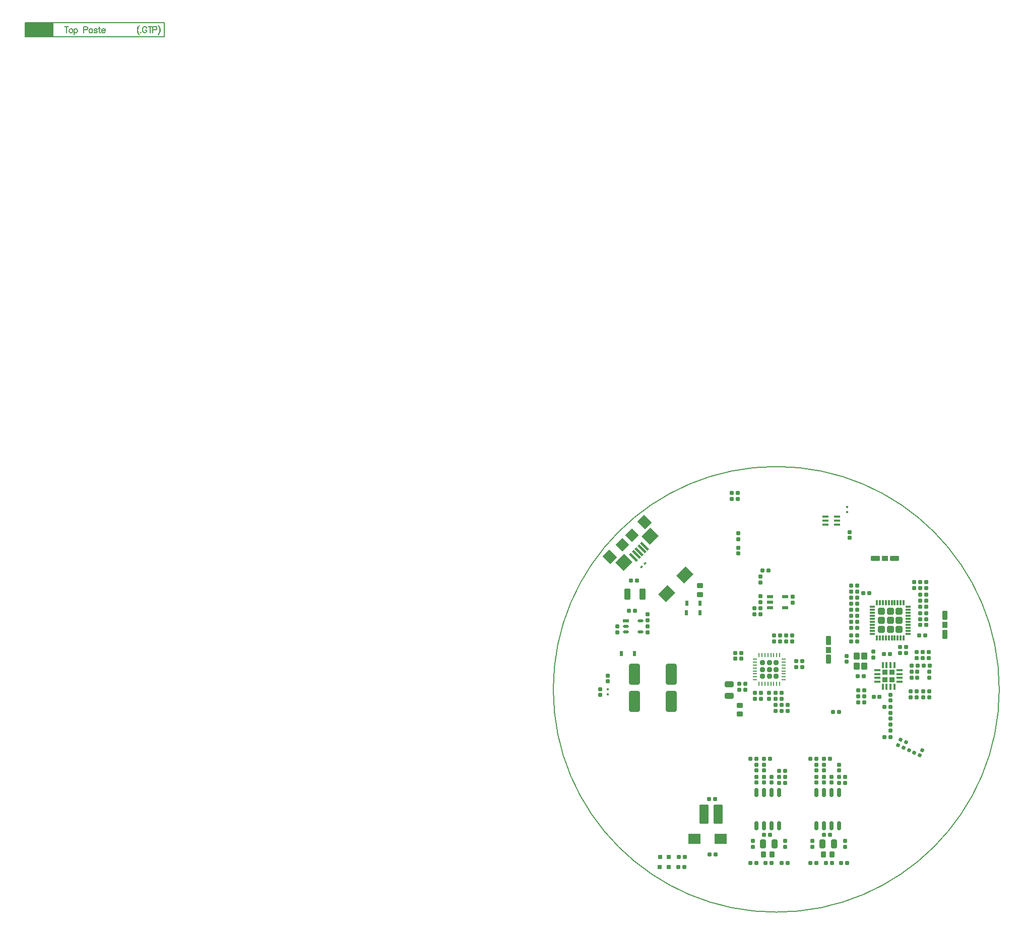
<source format=gtp>
G04*
G04 #@! TF.GenerationSoftware,Altium Limited,Altium Designer,20.0.2 (26)*
G04*
G04 Layer_Color=8421504*
%FSLAX25Y25*%
%MOIN*%
G70*
G01*
G75*
%ADD10C,0.00787*%
%ADD14C,0.00500*%
%ADD18R,0.19000X0.09500*%
G04:AMPARAMS|DCode=19|XSize=31.5mil|YSize=31.5mil|CornerRadius=7.87mil|HoleSize=0mil|Usage=FLASHONLY|Rotation=180.000|XOffset=0mil|YOffset=0mil|HoleType=Round|Shape=RoundedRectangle|*
%AMROUNDEDRECTD19*
21,1,0.03150,0.01575,0,0,180.0*
21,1,0.01575,0.03150,0,0,180.0*
1,1,0.01575,-0.00787,0.00787*
1,1,0.01575,0.00787,0.00787*
1,1,0.01575,0.00787,-0.00787*
1,1,0.01575,-0.00787,-0.00787*
%
%ADD19ROUNDEDRECTD19*%
G04:AMPARAMS|DCode=20|XSize=47.24mil|YSize=47.24mil|CornerRadius=11.81mil|HoleSize=0mil|Usage=FLASHONLY|Rotation=180.000|XOffset=0mil|YOffset=0mil|HoleType=Round|Shape=RoundedRectangle|*
%AMROUNDEDRECTD20*
21,1,0.04724,0.02362,0,0,180.0*
21,1,0.02362,0.04724,0,0,180.0*
1,1,0.02362,-0.01181,0.01181*
1,1,0.02362,0.01181,0.01181*
1,1,0.02362,0.01181,-0.01181*
1,1,0.02362,-0.01181,-0.01181*
%
%ADD20ROUNDEDRECTD20*%
G04:AMPARAMS|DCode=21|XSize=47.24mil|YSize=47.24mil|CornerRadius=11.81mil|HoleSize=0mil|Usage=FLASHONLY|Rotation=270.000|XOffset=0mil|YOffset=0mil|HoleType=Round|Shape=RoundedRectangle|*
%AMROUNDEDRECTD21*
21,1,0.04724,0.02362,0,0,270.0*
21,1,0.02362,0.04724,0,0,270.0*
1,1,0.02362,-0.01181,-0.01181*
1,1,0.02362,-0.01181,0.01181*
1,1,0.02362,0.01181,0.01181*
1,1,0.02362,0.01181,-0.01181*
%
%ADD21ROUNDEDRECTD21*%
%ADD22R,0.03543X0.03543*%
G04:AMPARAMS|DCode=23|XSize=23.62mil|YSize=9.84mil|CornerRadius=1.23mil|HoleSize=0mil|Usage=FLASHONLY|Rotation=180.000|XOffset=0mil|YOffset=0mil|HoleType=Round|Shape=RoundedRectangle|*
%AMROUNDEDRECTD23*
21,1,0.02362,0.00738,0,0,180.0*
21,1,0.02116,0.00984,0,0,180.0*
1,1,0.00246,-0.01058,0.00369*
1,1,0.00246,0.01058,0.00369*
1,1,0.00246,0.01058,-0.00369*
1,1,0.00246,-0.01058,-0.00369*
%
%ADD23ROUNDEDRECTD23*%
G04:AMPARAMS|DCode=24|XSize=23.62mil|YSize=9.84mil|CornerRadius=1.23mil|HoleSize=0mil|Usage=FLASHONLY|Rotation=270.000|XOffset=0mil|YOffset=0mil|HoleType=Round|Shape=RoundedRectangle|*
%AMROUNDEDRECTD24*
21,1,0.02362,0.00738,0,0,270.0*
21,1,0.02116,0.00984,0,0,270.0*
1,1,0.00246,-0.00369,-0.01058*
1,1,0.00246,-0.00369,0.01058*
1,1,0.00246,0.00369,0.01058*
1,1,0.00246,0.00369,-0.01058*
%
%ADD24ROUNDEDRECTD24*%
G04:AMPARAMS|DCode=25|XSize=11.02mil|YSize=33.47mil|CornerRadius=1.38mil|HoleSize=0mil|Usage=FLASHONLY|Rotation=270.000|XOffset=0mil|YOffset=0mil|HoleType=Round|Shape=RoundedRectangle|*
%AMROUNDEDRECTD25*
21,1,0.01102,0.03071,0,0,270.0*
21,1,0.00827,0.03347,0,0,270.0*
1,1,0.00276,-0.01535,-0.00413*
1,1,0.00276,-0.01535,0.00413*
1,1,0.00276,0.01535,0.00413*
1,1,0.00276,0.01535,-0.00413*
%
%ADD25ROUNDEDRECTD25*%
G04:AMPARAMS|DCode=26|XSize=11.02mil|YSize=33.47mil|CornerRadius=1.38mil|HoleSize=0mil|Usage=FLASHONLY|Rotation=180.000|XOffset=0mil|YOffset=0mil|HoleType=Round|Shape=RoundedRectangle|*
%AMROUNDEDRECTD26*
21,1,0.01102,0.03071,0,0,180.0*
21,1,0.00827,0.03347,0,0,180.0*
1,1,0.00276,-0.00413,0.01535*
1,1,0.00276,0.00413,0.01535*
1,1,0.00276,0.00413,-0.01535*
1,1,0.00276,-0.00413,-0.01535*
%
%ADD26ROUNDEDRECTD26*%
G04:AMPARAMS|DCode=27|XSize=15.75mil|YSize=68.9mil|CornerRadius=0mil|HoleSize=0mil|Usage=FLASHONLY|Rotation=45.000|XOffset=0mil|YOffset=0mil|HoleType=Round|Shape=Rectangle|*
%AMROTATEDRECTD27*
4,1,4,0.01879,-0.02993,-0.02993,0.01879,-0.01879,0.02993,0.02993,-0.01879,0.01879,-0.02993,0.0*
%
%ADD27ROTATEDRECTD27*%

%ADD28P,0.08908X4X90.0*%
G04:AMPARAMS|DCode=29|XSize=62.99mil|YSize=74.8mil|CornerRadius=0mil|HoleSize=0mil|Usage=FLASHONLY|Rotation=45.000|XOffset=0mil|YOffset=0mil|HoleType=Round|Shape=Rectangle|*
%AMROTATEDRECTD29*
4,1,4,0.00418,-0.04872,-0.04872,0.00418,-0.00418,0.04872,0.04872,-0.00418,0.00418,-0.04872,0.0*
%
%ADD29ROTATEDRECTD29*%

G04:AMPARAMS|DCode=30|XSize=82.68mil|YSize=78.74mil|CornerRadius=0mil|HoleSize=0mil|Usage=FLASHONLY|Rotation=45.000|XOffset=0mil|YOffset=0mil|HoleType=Round|Shape=Rectangle|*
%AMROTATEDRECTD30*
4,1,4,-0.00139,-0.05707,-0.05707,-0.00139,0.00139,0.05707,0.05707,0.00139,-0.00139,-0.05707,0.0*
%
%ADD30ROTATEDRECTD30*%

G04:AMPARAMS|DCode=31|XSize=23.62mil|YSize=23.62mil|CornerRadius=2.95mil|HoleSize=0mil|Usage=FLASHONLY|Rotation=270.000|XOffset=0mil|YOffset=0mil|HoleType=Round|Shape=RoundedRectangle|*
%AMROUNDEDRECTD31*
21,1,0.02362,0.01772,0,0,270.0*
21,1,0.01772,0.02362,0,0,270.0*
1,1,0.00591,-0.00886,-0.00886*
1,1,0.00591,-0.00886,0.00886*
1,1,0.00591,0.00886,0.00886*
1,1,0.00591,0.00886,-0.00886*
%
%ADD31ROUNDEDRECTD31*%
%ADD32R,0.03937X0.02362*%
%ADD33R,0.03937X0.01772*%
%ADD34O,0.03937X0.01968*%
%ADD35O,0.03937X0.01968*%
%ADD36R,0.03937X0.01968*%
G04:AMPARAMS|DCode=37|XSize=59.06mil|YSize=23.62mil|CornerRadius=5.91mil|HoleSize=0mil|Usage=FLASHONLY|Rotation=270.000|XOffset=0mil|YOffset=0mil|HoleType=Round|Shape=RoundedRectangle|*
%AMROUNDEDRECTD37*
21,1,0.05906,0.01181,0,0,270.0*
21,1,0.04724,0.02362,0,0,270.0*
1,1,0.01181,-0.00591,-0.02362*
1,1,0.01181,-0.00591,0.02362*
1,1,0.01181,0.00591,0.02362*
1,1,0.01181,0.00591,-0.02362*
%
%ADD37ROUNDEDRECTD37*%
%ADD38R,0.01260X0.01417*%
%ADD39R,0.02480X0.03268*%
G04:AMPARAMS|DCode=40|XSize=43.31mil|YSize=35.43mil|CornerRadius=4.43mil|HoleSize=0mil|Usage=FLASHONLY|Rotation=90.000|XOffset=0mil|YOffset=0mil|HoleType=Round|Shape=RoundedRectangle|*
%AMROUNDEDRECTD40*
21,1,0.04331,0.02657,0,0,90.0*
21,1,0.03445,0.03543,0,0,90.0*
1,1,0.00886,0.01329,0.01722*
1,1,0.00886,0.01329,-0.01722*
1,1,0.00886,-0.01329,-0.01722*
1,1,0.00886,-0.01329,0.01722*
%
%ADD40ROUNDEDRECTD40*%
G04:AMPARAMS|DCode=41|XSize=59.06mil|YSize=35.43mil|CornerRadius=4.43mil|HoleSize=0mil|Usage=FLASHONLY|Rotation=90.000|XOffset=0mil|YOffset=0mil|HoleType=Round|Shape=RoundedRectangle|*
%AMROUNDEDRECTD41*
21,1,0.05906,0.02657,0,0,90.0*
21,1,0.05020,0.03543,0,0,90.0*
1,1,0.00886,0.01329,0.02510*
1,1,0.00886,0.01329,-0.02510*
1,1,0.00886,-0.01329,-0.02510*
1,1,0.00886,-0.01329,0.02510*
%
%ADD41ROUNDEDRECTD41*%
G04:AMPARAMS|DCode=42|XSize=70.87mil|YSize=137.8mil|CornerRadius=8.86mil|HoleSize=0mil|Usage=FLASHONLY|Rotation=180.000|XOffset=0mil|YOffset=0mil|HoleType=Round|Shape=RoundedRectangle|*
%AMROUNDEDRECTD42*
21,1,0.07087,0.12008,0,0,180.0*
21,1,0.05315,0.13780,0,0,180.0*
1,1,0.01772,-0.02657,0.06004*
1,1,0.01772,0.02657,0.06004*
1,1,0.01772,0.02657,-0.06004*
1,1,0.01772,-0.02657,-0.06004*
%
%ADD42ROUNDEDRECTD42*%
G04:AMPARAMS|DCode=43|XSize=23.62mil|YSize=23.62mil|CornerRadius=2.95mil|HoleSize=0mil|Usage=FLASHONLY|Rotation=0.000|XOffset=0mil|YOffset=0mil|HoleType=Round|Shape=RoundedRectangle|*
%AMROUNDEDRECTD43*
21,1,0.02362,0.01772,0,0,0.0*
21,1,0.01772,0.02362,0,0,0.0*
1,1,0.00591,0.00886,-0.00886*
1,1,0.00591,-0.00886,-0.00886*
1,1,0.00591,-0.00886,0.00886*
1,1,0.00591,0.00886,0.00886*
%
%ADD43ROUNDEDRECTD43*%
%ADD44R,0.01378X0.04134*%
%ADD45R,0.04134X0.01378*%
%ADD46R,0.03150X0.03150*%
G04:AMPARAMS|DCode=47|XSize=31.5mil|YSize=39.37mil|CornerRadius=3.94mil|HoleSize=0mil|Usage=FLASHONLY|Rotation=180.000|XOffset=0mil|YOffset=0mil|HoleType=Round|Shape=RoundedRectangle|*
%AMROUNDEDRECTD47*
21,1,0.03150,0.03150,0,0,180.0*
21,1,0.02362,0.03937,0,0,180.0*
1,1,0.00787,-0.01181,0.01575*
1,1,0.00787,0.01181,0.01575*
1,1,0.00787,0.01181,-0.01575*
1,1,0.00787,-0.01181,-0.01575*
%
%ADD47ROUNDEDRECTD47*%
G04:AMPARAMS|DCode=48|XSize=47.24mil|YSize=39.37mil|CornerRadius=4.92mil|HoleSize=0mil|Usage=FLASHONLY|Rotation=270.000|XOffset=0mil|YOffset=0mil|HoleType=Round|Shape=RoundedRectangle|*
%AMROUNDEDRECTD48*
21,1,0.04724,0.02953,0,0,270.0*
21,1,0.03740,0.03937,0,0,270.0*
1,1,0.00984,-0.01476,-0.01870*
1,1,0.00984,-0.01476,0.01870*
1,1,0.00984,0.01476,0.01870*
1,1,0.00984,0.01476,-0.01870*
%
%ADD48ROUNDEDRECTD48*%
%ADD49R,0.08268X0.07087*%
%ADD50R,0.08268X0.07087*%
G04:AMPARAMS|DCode=51|XSize=86.61mil|YSize=74.8mil|CornerRadius=0mil|HoleSize=0mil|Usage=FLASHONLY|Rotation=225.000|XOffset=0mil|YOffset=0mil|HoleType=Round|Shape=Rectangle|*
%AMROTATEDRECTD51*
4,1,4,0.00418,0.05707,0.05707,0.00418,-0.00418,-0.05707,-0.05707,-0.00418,0.00418,0.05707,0.0*
%
%ADD51ROTATEDRECTD51*%

G04:AMPARAMS|DCode=52|XSize=59.06mil|YSize=127.95mil|CornerRadius=7.38mil|HoleSize=0mil|Usage=FLASHONLY|Rotation=180.000|XOffset=0mil|YOffset=0mil|HoleType=Round|Shape=RoundedRectangle|*
%AMROUNDEDRECTD52*
21,1,0.05906,0.11319,0,0,180.0*
21,1,0.04429,0.12795,0,0,180.0*
1,1,0.01476,-0.02215,0.05659*
1,1,0.01476,0.02215,0.05659*
1,1,0.01476,0.02215,-0.05659*
1,1,0.01476,-0.02215,-0.05659*
%
%ADD52ROUNDEDRECTD52*%
G04:AMPARAMS|DCode=53|XSize=41.34mil|YSize=70.87mil|CornerRadius=5.17mil|HoleSize=0mil|Usage=FLASHONLY|Rotation=180.000|XOffset=0mil|YOffset=0mil|HoleType=Round|Shape=RoundedRectangle|*
%AMROUNDEDRECTD53*
21,1,0.04134,0.06053,0,0,180.0*
21,1,0.03100,0.07087,0,0,180.0*
1,1,0.01034,-0.01550,0.03027*
1,1,0.01034,0.01550,0.03027*
1,1,0.01034,0.01550,-0.03027*
1,1,0.01034,-0.01550,-0.03027*
%
%ADD53ROUNDEDRECTD53*%
G04:AMPARAMS|DCode=54|XSize=37.4mil|YSize=57.09mil|CornerRadius=4.68mil|HoleSize=0mil|Usage=FLASHONLY|Rotation=90.000|XOffset=0mil|YOffset=0mil|HoleType=Round|Shape=RoundedRectangle|*
%AMROUNDEDRECTD54*
21,1,0.03740,0.04774,0,0,90.0*
21,1,0.02805,0.05709,0,0,90.0*
1,1,0.00935,0.02387,0.01403*
1,1,0.00935,0.02387,-0.01403*
1,1,0.00935,-0.02387,-0.01403*
1,1,0.00935,-0.02387,0.01403*
%
%ADD54ROUNDEDRECTD54*%
G04:AMPARAMS|DCode=55|XSize=31.5mil|YSize=39.37mil|CornerRadius=3.94mil|HoleSize=0mil|Usage=FLASHONLY|Rotation=270.000|XOffset=0mil|YOffset=0mil|HoleType=Round|Shape=RoundedRectangle|*
%AMROUNDEDRECTD55*
21,1,0.03150,0.03150,0,0,270.0*
21,1,0.02362,0.03937,0,0,270.0*
1,1,0.00787,-0.01575,-0.01181*
1,1,0.00787,-0.01575,0.01181*
1,1,0.00787,0.01575,0.01181*
1,1,0.00787,0.01575,-0.01181*
%
%ADD55ROUNDEDRECTD55*%
G04:AMPARAMS|DCode=56|XSize=43.31mil|YSize=35.43mil|CornerRadius=4.43mil|HoleSize=0mil|Usage=FLASHONLY|Rotation=180.000|XOffset=0mil|YOffset=0mil|HoleType=Round|Shape=RoundedRectangle|*
%AMROUNDEDRECTD56*
21,1,0.04331,0.02657,0,0,180.0*
21,1,0.03445,0.03543,0,0,180.0*
1,1,0.00886,-0.01722,0.01329*
1,1,0.00886,0.01722,0.01329*
1,1,0.00886,0.01722,-0.01329*
1,1,0.00886,-0.01722,-0.01329*
%
%ADD56ROUNDEDRECTD56*%
G04:AMPARAMS|DCode=57|XSize=59.06mil|YSize=35.43mil|CornerRadius=4.43mil|HoleSize=0mil|Usage=FLASHONLY|Rotation=180.000|XOffset=0mil|YOffset=0mil|HoleType=Round|Shape=RoundedRectangle|*
%AMROUNDEDRECTD57*
21,1,0.05906,0.02657,0,0,180.0*
21,1,0.05020,0.03543,0,0,180.0*
1,1,0.00886,-0.02510,0.01329*
1,1,0.00886,0.02510,0.01329*
1,1,0.00886,0.02510,-0.01329*
1,1,0.00886,-0.02510,-0.01329*
%
%ADD57ROUNDEDRECTD57*%
G04:AMPARAMS|DCode=58|XSize=23.62mil|YSize=23.62mil|CornerRadius=2.95mil|HoleSize=0mil|Usage=FLASHONLY|Rotation=65.000|XOffset=0mil|YOffset=0mil|HoleType=Round|Shape=RoundedRectangle|*
%AMROUNDEDRECTD58*
21,1,0.02362,0.01772,0,0,65.0*
21,1,0.01772,0.02362,0,0,65.0*
1,1,0.00591,0.01177,0.00429*
1,1,0.00591,0.00429,-0.01177*
1,1,0.00591,-0.01177,-0.00429*
1,1,0.00591,-0.00429,0.01177*
%
%ADD58ROUNDEDRECTD58*%
G04:AMPARAMS|DCode=59|XSize=37.4mil|YSize=57.09mil|CornerRadius=4.68mil|HoleSize=0mil|Usage=FLASHONLY|Rotation=180.000|XOffset=0mil|YOffset=0mil|HoleType=Round|Shape=RoundedRectangle|*
%AMROUNDEDRECTD59*
21,1,0.03740,0.04774,0,0,180.0*
21,1,0.02805,0.05709,0,0,180.0*
1,1,0.00935,-0.01403,0.02387*
1,1,0.00935,0.01403,0.02387*
1,1,0.00935,0.01403,-0.02387*
1,1,0.00935,-0.01403,-0.02387*
%
%ADD59ROUNDEDRECTD59*%
G04:AMPARAMS|DCode=60|XSize=23.62mil|YSize=23.62mil|CornerRadius=2.95mil|HoleSize=0mil|Usage=FLASHONLY|Rotation=155.000|XOffset=0mil|YOffset=0mil|HoleType=Round|Shape=RoundedRectangle|*
%AMROUNDEDRECTD60*
21,1,0.02362,0.01772,0,0,155.0*
21,1,0.01772,0.02362,0,0,155.0*
1,1,0.00591,-0.00429,0.01177*
1,1,0.00591,0.01177,0.00429*
1,1,0.00591,0.00429,-0.01177*
1,1,0.00591,-0.01177,-0.00429*
%
%ADD60ROUNDEDRECTD60*%
G04:AMPARAMS|DCode=61|XSize=14.17mil|YSize=12.6mil|CornerRadius=0mil|HoleSize=0mil|Usage=FLASHONLY|Rotation=45.000|XOffset=0mil|YOffset=0mil|HoleType=Round|Shape=Rectangle|*
%AMROTATEDRECTD61*
4,1,4,-0.00056,-0.00947,-0.00947,-0.00056,0.00056,0.00947,0.00947,0.00056,-0.00056,-0.00947,0.0*
%
%ADD61ROTATEDRECTD61*%

D10*
X-577346Y478328D02*
X-485346D01*
X-577346Y468828D02*
X-485346D01*
Y478328D01*
X-577346Y468828D02*
Y478328D01*
X67089Y36880D02*
G03*
X67089Y36880I-147500J0D01*
G01*
D14*
X-501688Y476393D02*
X-502069Y476012D01*
X-502450Y475441D01*
X-502831Y474679D01*
X-503021Y473727D01*
Y472965D01*
X-502831Y472013D01*
X-502450Y471251D01*
X-502069Y470680D01*
X-501688Y470299D01*
X-502069Y476012D02*
X-502450Y475250D01*
X-502640Y474679D01*
X-502831Y473727D01*
Y472965D01*
X-502640Y472013D01*
X-502450Y471442D01*
X-502069Y470680D01*
X-500736Y472013D02*
X-500926Y471823D01*
X-500736Y471632D01*
X-500546Y471823D01*
X-500736Y472013D01*
X-496813Y474679D02*
X-497003Y475060D01*
X-497384Y475441D01*
X-497765Y475631D01*
X-498527D01*
X-498908Y475441D01*
X-499289Y475060D01*
X-499479Y474679D01*
X-499670Y474108D01*
Y473156D01*
X-499479Y472584D01*
X-499289Y472203D01*
X-498908Y471823D01*
X-498527Y471632D01*
X-497765D01*
X-497384Y471823D01*
X-497003Y472203D01*
X-496813Y472584D01*
Y473156D01*
X-497765D02*
X-496813D01*
X-494566Y475631D02*
Y471632D01*
X-495899Y475631D02*
X-493233D01*
X-492757Y473537D02*
X-491043D01*
X-490472Y473727D01*
X-490281Y473917D01*
X-490091Y474298D01*
Y474870D01*
X-490281Y475250D01*
X-490472Y475441D01*
X-491043Y475631D01*
X-492757D01*
Y471632D01*
X-489196Y476393D02*
X-488815Y476012D01*
X-488434Y475441D01*
X-488053Y474679D01*
X-487862Y473727D01*
Y472965D01*
X-488053Y472013D01*
X-488434Y471251D01*
X-488815Y470680D01*
X-489196Y470299D01*
X-488815Y476012D02*
X-488434Y475250D01*
X-488243Y474679D01*
X-488053Y473727D01*
Y472965D01*
X-488243Y472013D01*
X-488434Y471442D01*
X-488815Y470680D01*
X-550013Y475527D02*
Y471528D01*
X-551346Y475527D02*
X-548680D01*
X-547252Y474194D02*
X-547632Y474004D01*
X-548013Y473623D01*
X-548204Y473052D01*
Y472671D01*
X-548013Y472100D01*
X-547632Y471719D01*
X-547252Y471528D01*
X-546680D01*
X-546299Y471719D01*
X-545919Y472100D01*
X-545728Y472671D01*
Y473052D01*
X-545919Y473623D01*
X-546299Y474004D01*
X-546680Y474194D01*
X-547252D01*
X-544852D02*
Y470195D01*
Y473623D02*
X-544471Y474004D01*
X-544090Y474194D01*
X-543519D01*
X-543138Y474004D01*
X-542757Y473623D01*
X-542567Y473052D01*
Y472671D01*
X-542757Y472100D01*
X-543138Y471719D01*
X-543519Y471528D01*
X-544090D01*
X-544471Y471719D01*
X-544852Y472100D01*
X-538568Y473433D02*
X-536854D01*
X-536282Y473623D01*
X-536092Y473813D01*
X-535902Y474194D01*
Y474766D01*
X-536092Y475147D01*
X-536282Y475337D01*
X-536854Y475527D01*
X-538568D01*
Y471528D01*
X-532721Y474194D02*
Y471528D01*
Y473623D02*
X-533102Y474004D01*
X-533483Y474194D01*
X-534054D01*
X-534435Y474004D01*
X-534816Y473623D01*
X-535007Y473052D01*
Y472671D01*
X-534816Y472100D01*
X-534435Y471719D01*
X-534054Y471528D01*
X-533483D01*
X-533102Y471719D01*
X-532721Y472100D01*
X-529560Y473623D02*
X-529751Y474004D01*
X-530322Y474194D01*
X-530893D01*
X-531464Y474004D01*
X-531655Y473623D01*
X-531464Y473242D01*
X-531084Y473052D01*
X-530131Y472861D01*
X-529751Y472671D01*
X-529560Y472290D01*
Y472100D01*
X-529751Y471719D01*
X-530322Y471528D01*
X-530893D01*
X-531464Y471719D01*
X-531655Y472100D01*
X-528151Y475527D02*
Y472290D01*
X-527960Y471719D01*
X-527580Y471528D01*
X-527199D01*
X-528722Y474194D02*
X-527389D01*
X-526627Y473052D02*
X-524342D01*
Y473433D01*
X-524533Y473813D01*
X-524723Y474004D01*
X-525104Y474194D01*
X-525675D01*
X-526056Y474004D01*
X-526437Y473623D01*
X-526627Y473052D01*
Y472671D01*
X-526437Y472100D01*
X-526056Y471719D01*
X-525675Y471528D01*
X-525104D01*
X-524723Y471719D01*
X-524342Y472100D01*
D18*
X-567846Y473578D02*
D03*
D19*
X-89494Y50050D02*
D03*
Y54550D02*
D03*
X-84993D02*
D03*
Y50050D02*
D03*
X-89494Y45550D02*
D03*
X-84993D02*
D03*
X-80493Y54550D02*
D03*
Y50050D02*
D03*
Y45550D02*
D03*
D20*
X-4993Y82550D02*
D03*
Y88455D02*
D03*
X-10899Y76644D02*
D03*
X-4993D02*
D03*
X912D02*
D03*
D21*
X-10899Y82550D02*
D03*
Y88455D02*
D03*
X912D02*
D03*
Y82550D02*
D03*
D22*
X-8467Y43401D02*
D03*
Y48125D02*
D03*
X-3742Y48125D02*
D03*
Y43401D02*
D03*
D23*
X-75545Y43160D02*
D03*
Y45129D02*
D03*
Y47097D02*
D03*
Y49066D02*
D03*
Y51034D02*
D03*
Y53003D02*
D03*
Y54971D02*
D03*
Y56940D02*
D03*
X-94442Y43160D02*
D03*
Y56940D02*
D03*
Y54971D02*
D03*
Y53003D02*
D03*
Y51034D02*
D03*
Y49066D02*
D03*
Y47097D02*
D03*
Y45129D02*
D03*
D24*
X-80072Y40601D02*
D03*
X-82041D02*
D03*
X-84009Y40601D02*
D03*
X-85978D02*
D03*
X-87946Y40601D02*
D03*
X-89915D02*
D03*
X-91883D02*
D03*
X-78104D02*
D03*
X-91883Y59499D02*
D03*
X-89915D02*
D03*
X-87946D02*
D03*
X-85978Y59499D02*
D03*
X-84009D02*
D03*
X-82041Y59499D02*
D03*
X-80072D02*
D03*
X-78104D02*
D03*
D25*
X-16706Y91408D02*
D03*
Y89439D02*
D03*
Y87471D02*
D03*
Y85502D02*
D03*
Y83534D02*
D03*
Y81565D02*
D03*
Y79597D02*
D03*
Y77628D02*
D03*
Y75660D02*
D03*
Y73691D02*
D03*
X6719Y91408D02*
D03*
Y73691D02*
D03*
Y75660D02*
D03*
Y77628D02*
D03*
Y79597D02*
D03*
Y81565D02*
D03*
Y83534D02*
D03*
Y85502D02*
D03*
Y87471D02*
D03*
Y89439D02*
D03*
D26*
X1896Y70837D02*
D03*
X-72D02*
D03*
X-2041D02*
D03*
X-4009D02*
D03*
X-5978D02*
D03*
X-7946D02*
D03*
X-9915D02*
D03*
X-11883D02*
D03*
X-13852D02*
D03*
X3865D02*
D03*
X-13852Y94262D02*
D03*
X-11883D02*
D03*
X-9915D02*
D03*
X-7946D02*
D03*
X-5978D02*
D03*
X-4009D02*
D03*
X-2041D02*
D03*
X-72D02*
D03*
X1896D02*
D03*
X3865D02*
D03*
D27*
X-174734Y124399D02*
D03*
X-172925Y126208D02*
D03*
X-167496Y131637D02*
D03*
X-169306Y129827D02*
D03*
X-171115Y128018D02*
D03*
D28*
X-182092Y132630D02*
D03*
X-175709Y139014D02*
D03*
D29*
X-190533Y124607D02*
D03*
X-167705Y147435D02*
D03*
D30*
X-181207Y120849D02*
D03*
X-163947Y138109D02*
D03*
D31*
X-109962Y167050D02*
D03*
X-106025D02*
D03*
X-8813Y5379D02*
D03*
X-4876D02*
D03*
X-85525Y115550D02*
D03*
X-89462Y115550D02*
D03*
X17057Y52535D02*
D03*
X20994D02*
D03*
X-30931Y97550D02*
D03*
X-26994D02*
D03*
X-30962Y77550D02*
D03*
X-27025D02*
D03*
X-30962Y81550D02*
D03*
X-27025D02*
D03*
X-30962Y85550D02*
D03*
X-27025D02*
D03*
X-30962Y89550D02*
D03*
X-27025D02*
D03*
X-35025Y-20950D02*
D03*
X-38962Y-20950D02*
D03*
X-176462Y109050D02*
D03*
X-172525D02*
D03*
X-38962Y-24950D02*
D03*
X-35025D02*
D03*
X-70025Y72550D02*
D03*
X-73962D02*
D03*
X-81962D02*
D03*
X-78025D02*
D03*
X-78462Y-24950D02*
D03*
X-74525Y-24950D02*
D03*
X-78462Y-16950D02*
D03*
X-74525Y-16950D02*
D03*
X-74525Y-20950D02*
D03*
X-78462D02*
D03*
X-76962Y22550D02*
D03*
X-73025Y22550D02*
D03*
X-144811Y-74187D02*
D03*
X-140874D02*
D03*
X-141129Y-80637D02*
D03*
X-145066D02*
D03*
X20475Y57550D02*
D03*
X16538D02*
D03*
X20475Y61550D02*
D03*
X16538D02*
D03*
X-177962Y89050D02*
D03*
X-174025Y89050D02*
D03*
X-94944Y90639D02*
D03*
X-91007D02*
D03*
X14743Y83351D02*
D03*
X18680D02*
D03*
Y91433D02*
D03*
X14743D02*
D03*
X9038Y52550D02*
D03*
X12975D02*
D03*
X-120866Y-35827D02*
D03*
X-124803D02*
D03*
X-124409Y-72441D02*
D03*
X-120472D02*
D03*
X-54025Y-8950D02*
D03*
X-57962D02*
D03*
X-47462Y-77950D02*
D03*
X-43525D02*
D03*
X-54025Y-77950D02*
D03*
X-57962D02*
D03*
X-33525D02*
D03*
X-37462D02*
D03*
X-45025Y-8950D02*
D03*
X-48962D02*
D03*
X-45025Y-59450D02*
D03*
X-48962D02*
D03*
X-109962Y163050D02*
D03*
X-106025D02*
D03*
X-70025Y68550D02*
D03*
X-73962Y68550D02*
D03*
X-78025D02*
D03*
X-81962Y68550D02*
D03*
X-67163Y55682D02*
D03*
X-63226D02*
D03*
X-93525Y-8950D02*
D03*
X-97462D02*
D03*
X-93525Y-77950D02*
D03*
X-97462Y-77950D02*
D03*
X-90525Y30550D02*
D03*
X-94462Y30550D02*
D03*
X-76962Y-77950D02*
D03*
X-73025D02*
D03*
X-84525Y-8950D02*
D03*
X-88462D02*
D03*
X-73025Y26550D02*
D03*
X-76962D02*
D03*
X-84525Y-59450D02*
D03*
X-88462Y-59450D02*
D03*
X-90525Y34550D02*
D03*
X-94462D02*
D03*
X-26586Y45660D02*
D03*
X-22649D02*
D03*
X14743Y95564D02*
D03*
X18680D02*
D03*
X-16036Y31836D02*
D03*
X-12098D02*
D03*
X8966Y48586D02*
D03*
X12903D02*
D03*
X14038Y72550D02*
D03*
X17975D02*
D03*
X-30962Y68550D02*
D03*
X-27025D02*
D03*
Y72550D02*
D03*
X-30962D02*
D03*
Y93550D02*
D03*
X-27025D02*
D03*
X-19025Y100550D02*
D03*
X-22962D02*
D03*
X18680Y87362D02*
D03*
X14743D02*
D03*
Y99564D02*
D03*
X18680D02*
D03*
X-94944Y86639D02*
D03*
X-91007Y86639D02*
D03*
X-63253Y51738D02*
D03*
X-67190D02*
D03*
X-87462Y-77950D02*
D03*
X-83525D02*
D03*
X18680Y79441D02*
D03*
X14743D02*
D03*
X-42962Y22050D02*
D03*
X-39025D02*
D03*
X-4881Y25390D02*
D03*
X-8818D02*
D03*
X-9115Y60239D02*
D03*
X-5178D02*
D03*
X-26105Y36315D02*
D03*
X-22168D02*
D03*
X8982Y44630D02*
D03*
X12919D02*
D03*
X-22168Y28257D02*
D03*
X-26105D02*
D03*
X-26105Y32269D02*
D03*
X-22168D02*
D03*
D32*
X-84397Y98379D02*
D03*
Y94639D02*
D03*
Y90899D02*
D03*
X-74555Y98379D02*
D03*
X-74555Y90899D02*
D03*
D33*
X-40253Y151109D02*
D03*
X-40253Y148550D02*
D03*
X-40253Y145991D02*
D03*
X-47734Y145991D02*
D03*
Y148550D02*
D03*
Y151109D02*
D03*
D34*
X-170269Y82290D02*
D03*
X-170269Y74810D02*
D03*
D35*
X-179718Y78550D02*
D03*
X-179718Y74810D02*
D03*
D36*
X-179718Y82290D02*
D03*
D37*
X-93493Y-53474D02*
D03*
X-88494Y-53474D02*
D03*
X-83494D02*
D03*
X-78493Y-53474D02*
D03*
X-93493Y-31427D02*
D03*
X-88494Y-31427D02*
D03*
X-83494D02*
D03*
X-78493Y-31427D02*
D03*
X-38993D02*
D03*
X-43993Y-31427D02*
D03*
X-48994D02*
D03*
X-53993Y-31427D02*
D03*
X-38993Y-53474D02*
D03*
X-43993Y-53474D02*
D03*
X-48994D02*
D03*
X-53993Y-53474D02*
D03*
D38*
X-191793Y33650D02*
D03*
Y36957D02*
D03*
X-33494Y154396D02*
D03*
Y157703D02*
D03*
D39*
X-130892Y94036D02*
D03*
X-139672D02*
D03*
X-174104Y60550D02*
D03*
X-182883D02*
D03*
X-139766Y87585D02*
D03*
X-130986D02*
D03*
D40*
X-45994Y63050D02*
D03*
X31007Y79550D02*
D03*
D41*
X-45994Y69349D02*
D03*
Y56751D02*
D03*
X31007Y73251D02*
D03*
Y85849D02*
D03*
D42*
X-149789Y47050D02*
D03*
X-174198D02*
D03*
X-149789Y29050D02*
D03*
X-174198D02*
D03*
D43*
X-85257Y34493D02*
D03*
Y30556D02*
D03*
X-4856Y9491D02*
D03*
Y13428D02*
D03*
X18676Y107916D02*
D03*
Y103980D02*
D03*
X12506Y57581D02*
D03*
Y61518D02*
D03*
X-56494Y-67419D02*
D03*
X-56494Y-63482D02*
D03*
X-38993Y-16919D02*
D03*
Y-12982D02*
D03*
X-53993Y-20982D02*
D03*
Y-24919D02*
D03*
X-34993Y-67419D02*
D03*
X-34993Y-63482D02*
D03*
X-48994Y-20982D02*
D03*
Y-24919D02*
D03*
X-90993Y107581D02*
D03*
Y111518D02*
D03*
X-95994Y-67419D02*
D03*
Y-63482D02*
D03*
X-93493Y-20982D02*
D03*
Y-24919D02*
D03*
X-74493Y-67419D02*
D03*
Y-63482D02*
D03*
X-88494Y-20982D02*
D03*
Y-24919D02*
D03*
X-80972Y26584D02*
D03*
Y22647D02*
D03*
X-191845Y42078D02*
D03*
Y46015D02*
D03*
X-30962Y101581D02*
D03*
Y105518D02*
D03*
X-165494Y82581D02*
D03*
X-165494Y86518D02*
D03*
X-4843Y17451D02*
D03*
Y21388D02*
D03*
X-4918Y29453D02*
D03*
Y33390D02*
D03*
X14676Y107916D02*
D03*
Y103980D02*
D03*
X-185494Y74581D02*
D03*
Y78518D02*
D03*
X-165494Y78518D02*
D03*
Y74581D02*
D03*
X-43993Y-20982D02*
D03*
Y-24919D02*
D03*
X-48994Y-12982D02*
D03*
Y-16919D02*
D03*
X-83494Y-24919D02*
D03*
X-83494Y-20982D02*
D03*
X-104993Y36581D02*
D03*
Y40518D02*
D03*
X-76994Y34518D02*
D03*
X-76994Y30581D02*
D03*
X-107493Y61018D02*
D03*
Y57081D02*
D03*
X-93493Y-16919D02*
D03*
Y-12982D02*
D03*
X-103493Y61018D02*
D03*
Y57081D02*
D03*
X-100994Y36581D02*
D03*
Y40518D02*
D03*
X-33994Y55081D02*
D03*
X-33994Y59018D02*
D03*
X-26962Y105518D02*
D03*
Y101581D02*
D03*
X12580Y35535D02*
D03*
Y31598D02*
D03*
X20859Y35535D02*
D03*
Y31598D02*
D03*
X1507Y60985D02*
D03*
Y64922D02*
D03*
X5506Y64922D02*
D03*
Y60985D02*
D03*
X-16048Y61974D02*
D03*
Y58037D02*
D03*
X-69476Y98108D02*
D03*
X-69476Y94171D02*
D03*
X-90976Y98608D02*
D03*
Y94671D02*
D03*
X10676Y107916D02*
D03*
Y103980D02*
D03*
X8425Y31598D02*
D03*
Y35535D02*
D03*
X-105512Y136221D02*
D03*
Y140157D02*
D03*
X-80993Y34518D02*
D03*
Y30581D02*
D03*
X-88494Y-12982D02*
D03*
Y-16919D02*
D03*
X-196994Y37018D02*
D03*
Y33081D02*
D03*
X-53993Y-12982D02*
D03*
Y-16919D02*
D03*
X-31993Y137081D02*
D03*
Y141018D02*
D03*
X-105512Y130709D02*
D03*
Y126772D02*
D03*
X16790Y31598D02*
D03*
Y35535D02*
D03*
X20882Y44491D02*
D03*
Y48428D02*
D03*
D44*
X-2266Y53047D02*
D03*
X-4825D02*
D03*
X-7384D02*
D03*
X-9943D02*
D03*
Y38480D02*
D03*
X-7384D02*
D03*
X-4825D02*
D03*
X-2266D02*
D03*
D45*
X-13388Y49602D02*
D03*
Y47043D02*
D03*
Y44484D02*
D03*
Y41925D02*
D03*
X1179D02*
D03*
Y44484D02*
D03*
Y47043D02*
D03*
Y49602D02*
D03*
D46*
X-157292Y-74198D02*
D03*
X-151388Y-74198D02*
D03*
X-151481Y-80710D02*
D03*
X-157385Y-80710D02*
D03*
D47*
X-43639Y-72450D02*
D03*
X-49348D02*
D03*
X-88848D02*
D03*
X-83139D02*
D03*
D48*
X-27261Y58892D02*
D03*
X-22143D02*
D03*
X-27261Y52199D02*
D03*
X-22143D02*
D03*
D49*
X-117323Y-62205D02*
D03*
D50*
X-134646D02*
D03*
D51*
X-140735Y112514D02*
D03*
X-152984Y100265D02*
D03*
D52*
X-118898Y-45669D02*
D03*
X-128347D02*
D03*
D53*
X-168974Y100050D02*
D03*
X-179013D02*
D03*
D54*
X-111494Y32711D02*
D03*
Y40388D02*
D03*
D55*
X-104493Y26404D02*
D03*
Y20695D02*
D03*
X-130964Y99712D02*
D03*
Y105421D02*
D03*
D56*
X-8494Y123550D02*
D03*
D57*
X-14793D02*
D03*
X-2194D02*
D03*
D58*
X10958Y-5207D02*
D03*
X7390Y-3543D02*
D03*
D59*
X-49832Y-65450D02*
D03*
X-42155D02*
D03*
X-89332D02*
D03*
X-81655D02*
D03*
D60*
X14603Y-6897D02*
D03*
X16267Y-3329D02*
D03*
X5404Y1825D02*
D03*
X3740Y-1743D02*
D03*
X1664Y3568D02*
D03*
X0Y0D02*
D03*
D61*
X-169663Y117880D02*
D03*
X-167324Y120219D02*
D03*
M02*

</source>
